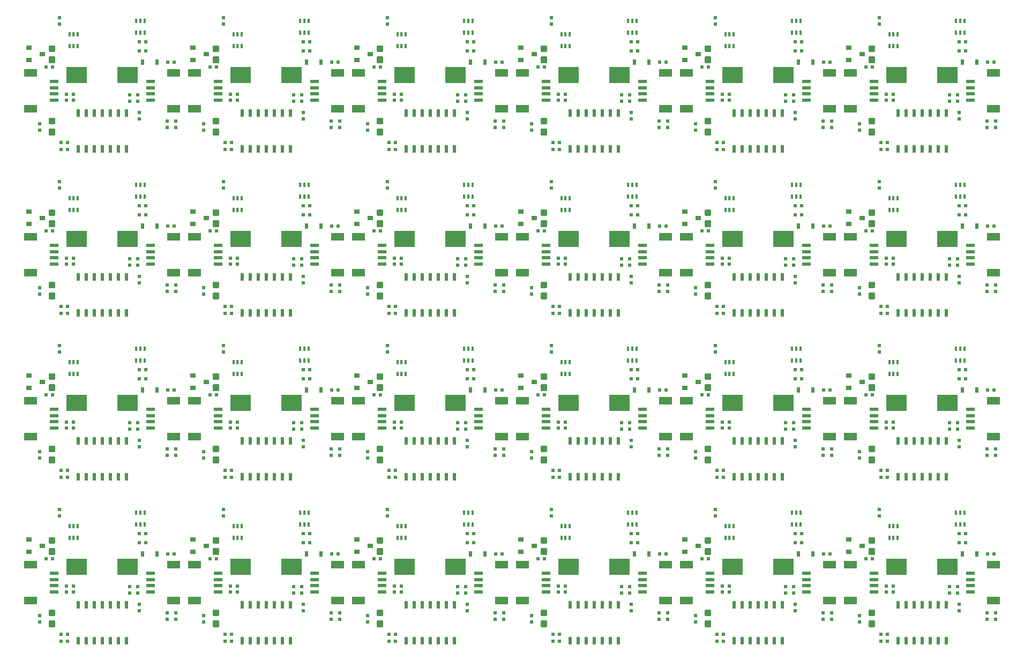
<source format=gtp>
G04 EAGLE Gerber RS-274X export*
G75*
%MOMM*%
%FSLAX34Y34*%
%LPD*%
%INSolderpaste Top*%
%IPPOS*%
%AMOC8*
5,1,8,0,0,1.08239X$1,22.5*%
G01*
%ADD10R,2.000000X1.200000*%
%ADD11R,1.350000X0.600000*%
%ADD12R,0.600000X0.600000*%
%ADD13R,0.600000X1.200000*%
%ADD14C,0.300000*%
%ADD15R,3.200000X2.500000*%
%ADD16R,0.300000X0.660000*%
%ADD17R,0.900000X0.800000*%
%ADD18R,0.630000X0.830000*%


D10*
X239950Y99000D03*
X239950Y155000D03*
D11*
X203200Y112000D03*
X203200Y122000D03*
X203200Y132000D03*
X203200Y142000D03*
D10*
X14050Y155000D03*
X14050Y99000D03*
D11*
X50800Y142000D03*
X50800Y132000D03*
X50800Y122000D03*
X50800Y112000D03*
D12*
X185420Y92630D03*
X185420Y82630D03*
X242824Y79295D03*
X242824Y69295D03*
X229768Y69295D03*
X229768Y79295D03*
X71878Y45314D03*
X61878Y45314D03*
D13*
X165100Y91500D03*
X152400Y91500D03*
X139700Y91500D03*
X127000Y91500D03*
X114300Y91500D03*
X101600Y91500D03*
X88900Y91500D03*
X88900Y35500D03*
X101600Y35500D03*
X114300Y35500D03*
X127000Y35500D03*
X139700Y35500D03*
X152400Y35500D03*
X165100Y35500D03*
D12*
X28575Y74850D03*
X28575Y64850D03*
D14*
X44125Y65215D02*
X51125Y65215D01*
X51125Y58215D01*
X44125Y58215D01*
X44125Y65215D01*
X44125Y61065D02*
X51125Y61065D01*
X51125Y63915D02*
X44125Y63915D01*
X44125Y82755D02*
X51125Y82755D01*
X51125Y75755D01*
X44125Y75755D01*
X44125Y82755D01*
X44125Y78605D02*
X51125Y78605D01*
X51125Y81455D02*
X44125Y81455D01*
D15*
X167000Y152400D03*
X87000Y152400D03*
D12*
X170815Y110650D03*
X170815Y120650D03*
D16*
X180901Y219095D03*
X187401Y237495D03*
X193901Y237495D03*
X180901Y237495D03*
X187401Y219095D03*
X193901Y219095D03*
D17*
X11590Y194920D03*
X11590Y175920D03*
X32590Y185420D03*
D12*
X48659Y164440D03*
X38659Y164440D03*
D16*
X75415Y197810D03*
X81915Y216210D03*
X88415Y216210D03*
X75415Y216210D03*
X81915Y197810D03*
X88415Y197810D03*
D12*
X182880Y110650D03*
X182880Y120650D03*
X81585Y111920D03*
X81585Y121920D03*
X70536Y111920D03*
X70536Y121920D03*
X240835Y172212D03*
X230835Y172212D03*
X185936Y189687D03*
X195936Y189687D03*
X185885Y204470D03*
X195885Y204470D03*
D14*
X51125Y190055D02*
X44125Y190055D01*
X44125Y197055D01*
X51125Y197055D01*
X51125Y190055D01*
X51125Y192905D02*
X44125Y192905D01*
X44125Y195755D02*
X51125Y195755D01*
X51125Y172515D02*
X44125Y172515D01*
X44125Y179515D01*
X51125Y179515D01*
X51125Y172515D01*
X51125Y175365D02*
X44125Y175365D01*
X44125Y178215D02*
X51125Y178215D01*
D12*
X59080Y242668D03*
X59080Y232668D03*
D18*
X190379Y171907D03*
X213379Y171907D03*
D12*
X61904Y34646D03*
X71904Y34646D03*
D10*
X499030Y99000D03*
X499030Y155000D03*
D11*
X462280Y112000D03*
X462280Y122000D03*
X462280Y132000D03*
X462280Y142000D03*
D10*
X273130Y155000D03*
X273130Y99000D03*
D11*
X309880Y142000D03*
X309880Y132000D03*
X309880Y122000D03*
X309880Y112000D03*
D12*
X444500Y92630D03*
X444500Y82630D03*
X501904Y79295D03*
X501904Y69295D03*
X488848Y69295D03*
X488848Y79295D03*
X330958Y45314D03*
X320958Y45314D03*
D13*
X424180Y91500D03*
X411480Y91500D03*
X398780Y91500D03*
X386080Y91500D03*
X373380Y91500D03*
X360680Y91500D03*
X347980Y91500D03*
X347980Y35500D03*
X360680Y35500D03*
X373380Y35500D03*
X386080Y35500D03*
X398780Y35500D03*
X411480Y35500D03*
X424180Y35500D03*
D12*
X287655Y74850D03*
X287655Y64850D03*
D14*
X303205Y65215D02*
X310205Y65215D01*
X310205Y58215D01*
X303205Y58215D01*
X303205Y65215D01*
X303205Y61065D02*
X310205Y61065D01*
X310205Y63915D02*
X303205Y63915D01*
X303205Y82755D02*
X310205Y82755D01*
X310205Y75755D01*
X303205Y75755D01*
X303205Y82755D01*
X303205Y78605D02*
X310205Y78605D01*
X310205Y81455D02*
X303205Y81455D01*
D15*
X426080Y152400D03*
X346080Y152400D03*
D12*
X429895Y110650D03*
X429895Y120650D03*
D16*
X439981Y219095D03*
X446481Y237495D03*
X452981Y237495D03*
X439981Y237495D03*
X446481Y219095D03*
X452981Y219095D03*
D17*
X270670Y194920D03*
X270670Y175920D03*
X291670Y185420D03*
D12*
X307739Y164440D03*
X297739Y164440D03*
D16*
X334495Y197810D03*
X340995Y216210D03*
X347495Y216210D03*
X334495Y216210D03*
X340995Y197810D03*
X347495Y197810D03*
D12*
X441960Y110650D03*
X441960Y120650D03*
X340665Y111920D03*
X340665Y121920D03*
X329616Y111920D03*
X329616Y121920D03*
X499915Y172212D03*
X489915Y172212D03*
X445016Y189687D03*
X455016Y189687D03*
X444965Y204470D03*
X454965Y204470D03*
D14*
X310205Y190055D02*
X303205Y190055D01*
X303205Y197055D01*
X310205Y197055D01*
X310205Y190055D01*
X310205Y192905D02*
X303205Y192905D01*
X303205Y195755D02*
X310205Y195755D01*
X310205Y172515D02*
X303205Y172515D01*
X303205Y179515D01*
X310205Y179515D01*
X310205Y172515D01*
X310205Y175365D02*
X303205Y175365D01*
X303205Y178215D02*
X310205Y178215D01*
D12*
X318160Y242668D03*
X318160Y232668D03*
D18*
X449459Y171907D03*
X472459Y171907D03*
D12*
X320984Y34646D03*
X330984Y34646D03*
D10*
X758110Y99000D03*
X758110Y155000D03*
D11*
X721360Y112000D03*
X721360Y122000D03*
X721360Y132000D03*
X721360Y142000D03*
D10*
X532210Y155000D03*
X532210Y99000D03*
D11*
X568960Y142000D03*
X568960Y132000D03*
X568960Y122000D03*
X568960Y112000D03*
D12*
X703580Y92630D03*
X703580Y82630D03*
X760984Y79295D03*
X760984Y69295D03*
X747928Y69295D03*
X747928Y79295D03*
X590038Y45314D03*
X580038Y45314D03*
D13*
X683260Y91500D03*
X670560Y91500D03*
X657860Y91500D03*
X645160Y91500D03*
X632460Y91500D03*
X619760Y91500D03*
X607060Y91500D03*
X607060Y35500D03*
X619760Y35500D03*
X632460Y35500D03*
X645160Y35500D03*
X657860Y35500D03*
X670560Y35500D03*
X683260Y35500D03*
D12*
X546735Y74850D03*
X546735Y64850D03*
D14*
X562285Y65215D02*
X569285Y65215D01*
X569285Y58215D01*
X562285Y58215D01*
X562285Y65215D01*
X562285Y61065D02*
X569285Y61065D01*
X569285Y63915D02*
X562285Y63915D01*
X562285Y82755D02*
X569285Y82755D01*
X569285Y75755D01*
X562285Y75755D01*
X562285Y82755D01*
X562285Y78605D02*
X569285Y78605D01*
X569285Y81455D02*
X562285Y81455D01*
D15*
X685160Y152400D03*
X605160Y152400D03*
D12*
X688975Y110650D03*
X688975Y120650D03*
D16*
X699061Y219095D03*
X705561Y237495D03*
X712061Y237495D03*
X699061Y237495D03*
X705561Y219095D03*
X712061Y219095D03*
D17*
X529750Y194920D03*
X529750Y175920D03*
X550750Y185420D03*
D12*
X566819Y164440D03*
X556819Y164440D03*
D16*
X593575Y197810D03*
X600075Y216210D03*
X606575Y216210D03*
X593575Y216210D03*
X600075Y197810D03*
X606575Y197810D03*
D12*
X701040Y110650D03*
X701040Y120650D03*
X599745Y111920D03*
X599745Y121920D03*
X588696Y111920D03*
X588696Y121920D03*
X758995Y172212D03*
X748995Y172212D03*
X704096Y189687D03*
X714096Y189687D03*
X704045Y204470D03*
X714045Y204470D03*
D14*
X569285Y190055D02*
X562285Y190055D01*
X562285Y197055D01*
X569285Y197055D01*
X569285Y190055D01*
X569285Y192905D02*
X562285Y192905D01*
X562285Y195755D02*
X569285Y195755D01*
X569285Y172515D02*
X562285Y172515D01*
X562285Y179515D01*
X569285Y179515D01*
X569285Y172515D01*
X569285Y175365D02*
X562285Y175365D01*
X562285Y178215D02*
X569285Y178215D01*
D12*
X577240Y242668D03*
X577240Y232668D03*
D18*
X708539Y171907D03*
X731539Y171907D03*
D12*
X580064Y34646D03*
X590064Y34646D03*
D10*
X1017190Y99000D03*
X1017190Y155000D03*
D11*
X980440Y112000D03*
X980440Y122000D03*
X980440Y132000D03*
X980440Y142000D03*
D10*
X791290Y155000D03*
X791290Y99000D03*
D11*
X828040Y142000D03*
X828040Y132000D03*
X828040Y122000D03*
X828040Y112000D03*
D12*
X962660Y92630D03*
X962660Y82630D03*
X1020064Y79295D03*
X1020064Y69295D03*
X1007008Y69295D03*
X1007008Y79295D03*
X849118Y45314D03*
X839118Y45314D03*
D13*
X942340Y91500D03*
X929640Y91500D03*
X916940Y91500D03*
X904240Y91500D03*
X891540Y91500D03*
X878840Y91500D03*
X866140Y91500D03*
X866140Y35500D03*
X878840Y35500D03*
X891540Y35500D03*
X904240Y35500D03*
X916940Y35500D03*
X929640Y35500D03*
X942340Y35500D03*
D12*
X805815Y74850D03*
X805815Y64850D03*
D14*
X821365Y65215D02*
X828365Y65215D01*
X828365Y58215D01*
X821365Y58215D01*
X821365Y65215D01*
X821365Y61065D02*
X828365Y61065D01*
X828365Y63915D02*
X821365Y63915D01*
X821365Y82755D02*
X828365Y82755D01*
X828365Y75755D01*
X821365Y75755D01*
X821365Y82755D01*
X821365Y78605D02*
X828365Y78605D01*
X828365Y81455D02*
X821365Y81455D01*
D15*
X944240Y152400D03*
X864240Y152400D03*
D12*
X948055Y110650D03*
X948055Y120650D03*
D16*
X958141Y219095D03*
X964641Y237495D03*
X971141Y237495D03*
X958141Y237495D03*
X964641Y219095D03*
X971141Y219095D03*
D17*
X788830Y194920D03*
X788830Y175920D03*
X809830Y185420D03*
D12*
X825899Y164440D03*
X815899Y164440D03*
D16*
X852655Y197810D03*
X859155Y216210D03*
X865655Y216210D03*
X852655Y216210D03*
X859155Y197810D03*
X865655Y197810D03*
D12*
X960120Y110650D03*
X960120Y120650D03*
X858825Y111920D03*
X858825Y121920D03*
X847776Y111920D03*
X847776Y121920D03*
X1018075Y172212D03*
X1008075Y172212D03*
X963176Y189687D03*
X973176Y189687D03*
X963125Y204470D03*
X973125Y204470D03*
D14*
X828365Y190055D02*
X821365Y190055D01*
X821365Y197055D01*
X828365Y197055D01*
X828365Y190055D01*
X828365Y192905D02*
X821365Y192905D01*
X821365Y195755D02*
X828365Y195755D01*
X828365Y172515D02*
X821365Y172515D01*
X821365Y179515D01*
X828365Y179515D01*
X828365Y172515D01*
X828365Y175365D02*
X821365Y175365D01*
X821365Y178215D02*
X828365Y178215D01*
D12*
X836320Y242668D03*
X836320Y232668D03*
D18*
X967619Y171907D03*
X990619Y171907D03*
D12*
X839144Y34646D03*
X849144Y34646D03*
D10*
X1276270Y99000D03*
X1276270Y155000D03*
D11*
X1239520Y112000D03*
X1239520Y122000D03*
X1239520Y132000D03*
X1239520Y142000D03*
D10*
X1050370Y155000D03*
X1050370Y99000D03*
D11*
X1087120Y142000D03*
X1087120Y132000D03*
X1087120Y122000D03*
X1087120Y112000D03*
D12*
X1221740Y92630D03*
X1221740Y82630D03*
X1279144Y79295D03*
X1279144Y69295D03*
X1266088Y69295D03*
X1266088Y79295D03*
X1108198Y45314D03*
X1098198Y45314D03*
D13*
X1201420Y91500D03*
X1188720Y91500D03*
X1176020Y91500D03*
X1163320Y91500D03*
X1150620Y91500D03*
X1137920Y91500D03*
X1125220Y91500D03*
X1125220Y35500D03*
X1137920Y35500D03*
X1150620Y35500D03*
X1163320Y35500D03*
X1176020Y35500D03*
X1188720Y35500D03*
X1201420Y35500D03*
D12*
X1064895Y74850D03*
X1064895Y64850D03*
D14*
X1080445Y65215D02*
X1087445Y65215D01*
X1087445Y58215D01*
X1080445Y58215D01*
X1080445Y65215D01*
X1080445Y61065D02*
X1087445Y61065D01*
X1087445Y63915D02*
X1080445Y63915D01*
X1080445Y82755D02*
X1087445Y82755D01*
X1087445Y75755D01*
X1080445Y75755D01*
X1080445Y82755D01*
X1080445Y78605D02*
X1087445Y78605D01*
X1087445Y81455D02*
X1080445Y81455D01*
D15*
X1203320Y152400D03*
X1123320Y152400D03*
D12*
X1207135Y110650D03*
X1207135Y120650D03*
D16*
X1217221Y219095D03*
X1223721Y237495D03*
X1230221Y237495D03*
X1217221Y237495D03*
X1223721Y219095D03*
X1230221Y219095D03*
D17*
X1047910Y194920D03*
X1047910Y175920D03*
X1068910Y185420D03*
D12*
X1084979Y164440D03*
X1074979Y164440D03*
D16*
X1111735Y197810D03*
X1118235Y216210D03*
X1124735Y216210D03*
X1111735Y216210D03*
X1118235Y197810D03*
X1124735Y197810D03*
D12*
X1219200Y110650D03*
X1219200Y120650D03*
X1117905Y111920D03*
X1117905Y121920D03*
X1106856Y111920D03*
X1106856Y121920D03*
X1277155Y172212D03*
X1267155Y172212D03*
X1222256Y189687D03*
X1232256Y189687D03*
X1222205Y204470D03*
X1232205Y204470D03*
D14*
X1087445Y190055D02*
X1080445Y190055D01*
X1080445Y197055D01*
X1087445Y197055D01*
X1087445Y190055D01*
X1087445Y192905D02*
X1080445Y192905D01*
X1080445Y195755D02*
X1087445Y195755D01*
X1087445Y172515D02*
X1080445Y172515D01*
X1080445Y179515D01*
X1087445Y179515D01*
X1087445Y172515D01*
X1087445Y175365D02*
X1080445Y175365D01*
X1080445Y178215D02*
X1087445Y178215D01*
D12*
X1095400Y242668D03*
X1095400Y232668D03*
D18*
X1226699Y171907D03*
X1249699Y171907D03*
D12*
X1098224Y34646D03*
X1108224Y34646D03*
D10*
X1535350Y99000D03*
X1535350Y155000D03*
D11*
X1498600Y112000D03*
X1498600Y122000D03*
X1498600Y132000D03*
X1498600Y142000D03*
D10*
X1309450Y155000D03*
X1309450Y99000D03*
D11*
X1346200Y142000D03*
X1346200Y132000D03*
X1346200Y122000D03*
X1346200Y112000D03*
D12*
X1480820Y92630D03*
X1480820Y82630D03*
X1538224Y79295D03*
X1538224Y69295D03*
X1525168Y69295D03*
X1525168Y79295D03*
X1367278Y45314D03*
X1357278Y45314D03*
D13*
X1460500Y91500D03*
X1447800Y91500D03*
X1435100Y91500D03*
X1422400Y91500D03*
X1409700Y91500D03*
X1397000Y91500D03*
X1384300Y91500D03*
X1384300Y35500D03*
X1397000Y35500D03*
X1409700Y35500D03*
X1422400Y35500D03*
X1435100Y35500D03*
X1447800Y35500D03*
X1460500Y35500D03*
D12*
X1323975Y74850D03*
X1323975Y64850D03*
D14*
X1339525Y65215D02*
X1346525Y65215D01*
X1346525Y58215D01*
X1339525Y58215D01*
X1339525Y65215D01*
X1339525Y61065D02*
X1346525Y61065D01*
X1346525Y63915D02*
X1339525Y63915D01*
X1339525Y82755D02*
X1346525Y82755D01*
X1346525Y75755D01*
X1339525Y75755D01*
X1339525Y82755D01*
X1339525Y78605D02*
X1346525Y78605D01*
X1346525Y81455D02*
X1339525Y81455D01*
D15*
X1462400Y152400D03*
X1382400Y152400D03*
D12*
X1466215Y110650D03*
X1466215Y120650D03*
D16*
X1476301Y219095D03*
X1482801Y237495D03*
X1489301Y237495D03*
X1476301Y237495D03*
X1482801Y219095D03*
X1489301Y219095D03*
D17*
X1306990Y194920D03*
X1306990Y175920D03*
X1327990Y185420D03*
D12*
X1344059Y164440D03*
X1334059Y164440D03*
D16*
X1370815Y197810D03*
X1377315Y216210D03*
X1383815Y216210D03*
X1370815Y216210D03*
X1377315Y197810D03*
X1383815Y197810D03*
D12*
X1478280Y110650D03*
X1478280Y120650D03*
X1376985Y111920D03*
X1376985Y121920D03*
X1365936Y111920D03*
X1365936Y121920D03*
X1536235Y172212D03*
X1526235Y172212D03*
X1481336Y189687D03*
X1491336Y189687D03*
X1481285Y204470D03*
X1491285Y204470D03*
D14*
X1346525Y190055D02*
X1339525Y190055D01*
X1339525Y197055D01*
X1346525Y197055D01*
X1346525Y190055D01*
X1346525Y192905D02*
X1339525Y192905D01*
X1339525Y195755D02*
X1346525Y195755D01*
X1346525Y172515D02*
X1339525Y172515D01*
X1339525Y179515D01*
X1346525Y179515D01*
X1346525Y172515D01*
X1346525Y175365D02*
X1339525Y175365D01*
X1339525Y178215D02*
X1346525Y178215D01*
D12*
X1354480Y242668D03*
X1354480Y232668D03*
D18*
X1485779Y171907D03*
X1508779Y171907D03*
D12*
X1357304Y34646D03*
X1367304Y34646D03*
D10*
X239950Y358080D03*
X239950Y414080D03*
D11*
X203200Y371080D03*
X203200Y381080D03*
X203200Y391080D03*
X203200Y401080D03*
D10*
X14050Y414080D03*
X14050Y358080D03*
D11*
X50800Y401080D03*
X50800Y391080D03*
X50800Y381080D03*
X50800Y371080D03*
D12*
X185420Y351710D03*
X185420Y341710D03*
X242824Y338375D03*
X242824Y328375D03*
X229768Y328375D03*
X229768Y338375D03*
X71878Y304394D03*
X61878Y304394D03*
D13*
X165100Y350580D03*
X152400Y350580D03*
X139700Y350580D03*
X127000Y350580D03*
X114300Y350580D03*
X101600Y350580D03*
X88900Y350580D03*
X88900Y294580D03*
X101600Y294580D03*
X114300Y294580D03*
X127000Y294580D03*
X139700Y294580D03*
X152400Y294580D03*
X165100Y294580D03*
D12*
X28575Y333930D03*
X28575Y323930D03*
D14*
X44125Y324295D02*
X51125Y324295D01*
X51125Y317295D01*
X44125Y317295D01*
X44125Y324295D01*
X44125Y320145D02*
X51125Y320145D01*
X51125Y322995D02*
X44125Y322995D01*
X44125Y341835D02*
X51125Y341835D01*
X51125Y334835D01*
X44125Y334835D01*
X44125Y341835D01*
X44125Y337685D02*
X51125Y337685D01*
X51125Y340535D02*
X44125Y340535D01*
D15*
X167000Y411480D03*
X87000Y411480D03*
D12*
X170815Y369730D03*
X170815Y379730D03*
D16*
X180901Y478175D03*
X187401Y496575D03*
X193901Y496575D03*
X180901Y496575D03*
X187401Y478175D03*
X193901Y478175D03*
D17*
X11590Y454000D03*
X11590Y435000D03*
X32590Y444500D03*
D12*
X48659Y423520D03*
X38659Y423520D03*
D16*
X75415Y456890D03*
X81915Y475290D03*
X88415Y475290D03*
X75415Y475290D03*
X81915Y456890D03*
X88415Y456890D03*
D12*
X182880Y369730D03*
X182880Y379730D03*
X81585Y371000D03*
X81585Y381000D03*
X70536Y371000D03*
X70536Y381000D03*
X240835Y431292D03*
X230835Y431292D03*
X185936Y448767D03*
X195936Y448767D03*
X185885Y463550D03*
X195885Y463550D03*
D14*
X51125Y449135D02*
X44125Y449135D01*
X44125Y456135D01*
X51125Y456135D01*
X51125Y449135D01*
X51125Y451985D02*
X44125Y451985D01*
X44125Y454835D02*
X51125Y454835D01*
X51125Y431595D02*
X44125Y431595D01*
X44125Y438595D01*
X51125Y438595D01*
X51125Y431595D01*
X51125Y434445D02*
X44125Y434445D01*
X44125Y437295D02*
X51125Y437295D01*
D12*
X59080Y501748D03*
X59080Y491748D03*
D18*
X190379Y430987D03*
X213379Y430987D03*
D12*
X61904Y293726D03*
X71904Y293726D03*
D10*
X499030Y358080D03*
X499030Y414080D03*
D11*
X462280Y371080D03*
X462280Y381080D03*
X462280Y391080D03*
X462280Y401080D03*
D10*
X273130Y414080D03*
X273130Y358080D03*
D11*
X309880Y401080D03*
X309880Y391080D03*
X309880Y381080D03*
X309880Y371080D03*
D12*
X444500Y351710D03*
X444500Y341710D03*
X501904Y338375D03*
X501904Y328375D03*
X488848Y328375D03*
X488848Y338375D03*
X330958Y304394D03*
X320958Y304394D03*
D13*
X424180Y350580D03*
X411480Y350580D03*
X398780Y350580D03*
X386080Y350580D03*
X373380Y350580D03*
X360680Y350580D03*
X347980Y350580D03*
X347980Y294580D03*
X360680Y294580D03*
X373380Y294580D03*
X386080Y294580D03*
X398780Y294580D03*
X411480Y294580D03*
X424180Y294580D03*
D12*
X287655Y333930D03*
X287655Y323930D03*
D14*
X303205Y324295D02*
X310205Y324295D01*
X310205Y317295D01*
X303205Y317295D01*
X303205Y324295D01*
X303205Y320145D02*
X310205Y320145D01*
X310205Y322995D02*
X303205Y322995D01*
X303205Y341835D02*
X310205Y341835D01*
X310205Y334835D01*
X303205Y334835D01*
X303205Y341835D01*
X303205Y337685D02*
X310205Y337685D01*
X310205Y340535D02*
X303205Y340535D01*
D15*
X426080Y411480D03*
X346080Y411480D03*
D12*
X429895Y369730D03*
X429895Y379730D03*
D16*
X439981Y478175D03*
X446481Y496575D03*
X452981Y496575D03*
X439981Y496575D03*
X446481Y478175D03*
X452981Y478175D03*
D17*
X270670Y454000D03*
X270670Y435000D03*
X291670Y444500D03*
D12*
X307739Y423520D03*
X297739Y423520D03*
D16*
X334495Y456890D03*
X340995Y475290D03*
X347495Y475290D03*
X334495Y475290D03*
X340995Y456890D03*
X347495Y456890D03*
D12*
X441960Y369730D03*
X441960Y379730D03*
X340665Y371000D03*
X340665Y381000D03*
X329616Y371000D03*
X329616Y381000D03*
X499915Y431292D03*
X489915Y431292D03*
X445016Y448767D03*
X455016Y448767D03*
X444965Y463550D03*
X454965Y463550D03*
D14*
X310205Y449135D02*
X303205Y449135D01*
X303205Y456135D01*
X310205Y456135D01*
X310205Y449135D01*
X310205Y451985D02*
X303205Y451985D01*
X303205Y454835D02*
X310205Y454835D01*
X310205Y431595D02*
X303205Y431595D01*
X303205Y438595D01*
X310205Y438595D01*
X310205Y431595D01*
X310205Y434445D02*
X303205Y434445D01*
X303205Y437295D02*
X310205Y437295D01*
D12*
X318160Y501748D03*
X318160Y491748D03*
D18*
X449459Y430987D03*
X472459Y430987D03*
D12*
X320984Y293726D03*
X330984Y293726D03*
D10*
X758110Y358080D03*
X758110Y414080D03*
D11*
X721360Y371080D03*
X721360Y381080D03*
X721360Y391080D03*
X721360Y401080D03*
D10*
X532210Y414080D03*
X532210Y358080D03*
D11*
X568960Y401080D03*
X568960Y391080D03*
X568960Y381080D03*
X568960Y371080D03*
D12*
X703580Y351710D03*
X703580Y341710D03*
X760984Y338375D03*
X760984Y328375D03*
X747928Y328375D03*
X747928Y338375D03*
X590038Y304394D03*
X580038Y304394D03*
D13*
X683260Y350580D03*
X670560Y350580D03*
X657860Y350580D03*
X645160Y350580D03*
X632460Y350580D03*
X619760Y350580D03*
X607060Y350580D03*
X607060Y294580D03*
X619760Y294580D03*
X632460Y294580D03*
X645160Y294580D03*
X657860Y294580D03*
X670560Y294580D03*
X683260Y294580D03*
D12*
X546735Y333930D03*
X546735Y323930D03*
D14*
X562285Y324295D02*
X569285Y324295D01*
X569285Y317295D01*
X562285Y317295D01*
X562285Y324295D01*
X562285Y320145D02*
X569285Y320145D01*
X569285Y322995D02*
X562285Y322995D01*
X562285Y341835D02*
X569285Y341835D01*
X569285Y334835D01*
X562285Y334835D01*
X562285Y341835D01*
X562285Y337685D02*
X569285Y337685D01*
X569285Y340535D02*
X562285Y340535D01*
D15*
X685160Y411480D03*
X605160Y411480D03*
D12*
X688975Y369730D03*
X688975Y379730D03*
D16*
X699061Y478175D03*
X705561Y496575D03*
X712061Y496575D03*
X699061Y496575D03*
X705561Y478175D03*
X712061Y478175D03*
D17*
X529750Y454000D03*
X529750Y435000D03*
X550750Y444500D03*
D12*
X566819Y423520D03*
X556819Y423520D03*
D16*
X593575Y456890D03*
X600075Y475290D03*
X606575Y475290D03*
X593575Y475290D03*
X600075Y456890D03*
X606575Y456890D03*
D12*
X701040Y369730D03*
X701040Y379730D03*
X599745Y371000D03*
X599745Y381000D03*
X588696Y371000D03*
X588696Y381000D03*
X758995Y431292D03*
X748995Y431292D03*
X704096Y448767D03*
X714096Y448767D03*
X704045Y463550D03*
X714045Y463550D03*
D14*
X569285Y449135D02*
X562285Y449135D01*
X562285Y456135D01*
X569285Y456135D01*
X569285Y449135D01*
X569285Y451985D02*
X562285Y451985D01*
X562285Y454835D02*
X569285Y454835D01*
X569285Y431595D02*
X562285Y431595D01*
X562285Y438595D01*
X569285Y438595D01*
X569285Y431595D01*
X569285Y434445D02*
X562285Y434445D01*
X562285Y437295D02*
X569285Y437295D01*
D12*
X577240Y501748D03*
X577240Y491748D03*
D18*
X708539Y430987D03*
X731539Y430987D03*
D12*
X580064Y293726D03*
X590064Y293726D03*
D10*
X1017190Y358080D03*
X1017190Y414080D03*
D11*
X980440Y371080D03*
X980440Y381080D03*
X980440Y391080D03*
X980440Y401080D03*
D10*
X791290Y414080D03*
X791290Y358080D03*
D11*
X828040Y401080D03*
X828040Y391080D03*
X828040Y381080D03*
X828040Y371080D03*
D12*
X962660Y351710D03*
X962660Y341710D03*
X1020064Y338375D03*
X1020064Y328375D03*
X1007008Y328375D03*
X1007008Y338375D03*
X849118Y304394D03*
X839118Y304394D03*
D13*
X942340Y350580D03*
X929640Y350580D03*
X916940Y350580D03*
X904240Y350580D03*
X891540Y350580D03*
X878840Y350580D03*
X866140Y350580D03*
X866140Y294580D03*
X878840Y294580D03*
X891540Y294580D03*
X904240Y294580D03*
X916940Y294580D03*
X929640Y294580D03*
X942340Y294580D03*
D12*
X805815Y333930D03*
X805815Y323930D03*
D14*
X821365Y324295D02*
X828365Y324295D01*
X828365Y317295D01*
X821365Y317295D01*
X821365Y324295D01*
X821365Y320145D02*
X828365Y320145D01*
X828365Y322995D02*
X821365Y322995D01*
X821365Y341835D02*
X828365Y341835D01*
X828365Y334835D01*
X821365Y334835D01*
X821365Y341835D01*
X821365Y337685D02*
X828365Y337685D01*
X828365Y340535D02*
X821365Y340535D01*
D15*
X944240Y411480D03*
X864240Y411480D03*
D12*
X948055Y369730D03*
X948055Y379730D03*
D16*
X958141Y478175D03*
X964641Y496575D03*
X971141Y496575D03*
X958141Y496575D03*
X964641Y478175D03*
X971141Y478175D03*
D17*
X788830Y454000D03*
X788830Y435000D03*
X809830Y444500D03*
D12*
X825899Y423520D03*
X815899Y423520D03*
D16*
X852655Y456890D03*
X859155Y475290D03*
X865655Y475290D03*
X852655Y475290D03*
X859155Y456890D03*
X865655Y456890D03*
D12*
X960120Y369730D03*
X960120Y379730D03*
X858825Y371000D03*
X858825Y381000D03*
X847776Y371000D03*
X847776Y381000D03*
X1018075Y431292D03*
X1008075Y431292D03*
X963176Y448767D03*
X973176Y448767D03*
X963125Y463550D03*
X973125Y463550D03*
D14*
X828365Y449135D02*
X821365Y449135D01*
X821365Y456135D01*
X828365Y456135D01*
X828365Y449135D01*
X828365Y451985D02*
X821365Y451985D01*
X821365Y454835D02*
X828365Y454835D01*
X828365Y431595D02*
X821365Y431595D01*
X821365Y438595D01*
X828365Y438595D01*
X828365Y431595D01*
X828365Y434445D02*
X821365Y434445D01*
X821365Y437295D02*
X828365Y437295D01*
D12*
X836320Y501748D03*
X836320Y491748D03*
D18*
X967619Y430987D03*
X990619Y430987D03*
D12*
X839144Y293726D03*
X849144Y293726D03*
D10*
X1276270Y358080D03*
X1276270Y414080D03*
D11*
X1239520Y371080D03*
X1239520Y381080D03*
X1239520Y391080D03*
X1239520Y401080D03*
D10*
X1050370Y414080D03*
X1050370Y358080D03*
D11*
X1087120Y401080D03*
X1087120Y391080D03*
X1087120Y381080D03*
X1087120Y371080D03*
D12*
X1221740Y351710D03*
X1221740Y341710D03*
X1279144Y338375D03*
X1279144Y328375D03*
X1266088Y328375D03*
X1266088Y338375D03*
X1108198Y304394D03*
X1098198Y304394D03*
D13*
X1201420Y350580D03*
X1188720Y350580D03*
X1176020Y350580D03*
X1163320Y350580D03*
X1150620Y350580D03*
X1137920Y350580D03*
X1125220Y350580D03*
X1125220Y294580D03*
X1137920Y294580D03*
X1150620Y294580D03*
X1163320Y294580D03*
X1176020Y294580D03*
X1188720Y294580D03*
X1201420Y294580D03*
D12*
X1064895Y333930D03*
X1064895Y323930D03*
D14*
X1080445Y324295D02*
X1087445Y324295D01*
X1087445Y317295D01*
X1080445Y317295D01*
X1080445Y324295D01*
X1080445Y320145D02*
X1087445Y320145D01*
X1087445Y322995D02*
X1080445Y322995D01*
X1080445Y341835D02*
X1087445Y341835D01*
X1087445Y334835D01*
X1080445Y334835D01*
X1080445Y341835D01*
X1080445Y337685D02*
X1087445Y337685D01*
X1087445Y340535D02*
X1080445Y340535D01*
D15*
X1203320Y411480D03*
X1123320Y411480D03*
D12*
X1207135Y369730D03*
X1207135Y379730D03*
D16*
X1217221Y478175D03*
X1223721Y496575D03*
X1230221Y496575D03*
X1217221Y496575D03*
X1223721Y478175D03*
X1230221Y478175D03*
D17*
X1047910Y454000D03*
X1047910Y435000D03*
X1068910Y444500D03*
D12*
X1084979Y423520D03*
X1074979Y423520D03*
D16*
X1111735Y456890D03*
X1118235Y475290D03*
X1124735Y475290D03*
X1111735Y475290D03*
X1118235Y456890D03*
X1124735Y456890D03*
D12*
X1219200Y369730D03*
X1219200Y379730D03*
X1117905Y371000D03*
X1117905Y381000D03*
X1106856Y371000D03*
X1106856Y381000D03*
X1277155Y431292D03*
X1267155Y431292D03*
X1222256Y448767D03*
X1232256Y448767D03*
X1222205Y463550D03*
X1232205Y463550D03*
D14*
X1087445Y449135D02*
X1080445Y449135D01*
X1080445Y456135D01*
X1087445Y456135D01*
X1087445Y449135D01*
X1087445Y451985D02*
X1080445Y451985D01*
X1080445Y454835D02*
X1087445Y454835D01*
X1087445Y431595D02*
X1080445Y431595D01*
X1080445Y438595D01*
X1087445Y438595D01*
X1087445Y431595D01*
X1087445Y434445D02*
X1080445Y434445D01*
X1080445Y437295D02*
X1087445Y437295D01*
D12*
X1095400Y501748D03*
X1095400Y491748D03*
D18*
X1226699Y430987D03*
X1249699Y430987D03*
D12*
X1098224Y293726D03*
X1108224Y293726D03*
D10*
X1535350Y358080D03*
X1535350Y414080D03*
D11*
X1498600Y371080D03*
X1498600Y381080D03*
X1498600Y391080D03*
X1498600Y401080D03*
D10*
X1309450Y414080D03*
X1309450Y358080D03*
D11*
X1346200Y401080D03*
X1346200Y391080D03*
X1346200Y381080D03*
X1346200Y371080D03*
D12*
X1480820Y351710D03*
X1480820Y341710D03*
X1538224Y338375D03*
X1538224Y328375D03*
X1525168Y328375D03*
X1525168Y338375D03*
X1367278Y304394D03*
X1357278Y304394D03*
D13*
X1460500Y350580D03*
X1447800Y350580D03*
X1435100Y350580D03*
X1422400Y350580D03*
X1409700Y350580D03*
X1397000Y350580D03*
X1384300Y350580D03*
X1384300Y294580D03*
X1397000Y294580D03*
X1409700Y294580D03*
X1422400Y294580D03*
X1435100Y294580D03*
X1447800Y294580D03*
X1460500Y294580D03*
D12*
X1323975Y333930D03*
X1323975Y323930D03*
D14*
X1339525Y324295D02*
X1346525Y324295D01*
X1346525Y317295D01*
X1339525Y317295D01*
X1339525Y324295D01*
X1339525Y320145D02*
X1346525Y320145D01*
X1346525Y322995D02*
X1339525Y322995D01*
X1339525Y341835D02*
X1346525Y341835D01*
X1346525Y334835D01*
X1339525Y334835D01*
X1339525Y341835D01*
X1339525Y337685D02*
X1346525Y337685D01*
X1346525Y340535D02*
X1339525Y340535D01*
D15*
X1462400Y411480D03*
X1382400Y411480D03*
D12*
X1466215Y369730D03*
X1466215Y379730D03*
D16*
X1476301Y478175D03*
X1482801Y496575D03*
X1489301Y496575D03*
X1476301Y496575D03*
X1482801Y478175D03*
X1489301Y478175D03*
D17*
X1306990Y454000D03*
X1306990Y435000D03*
X1327990Y444500D03*
D12*
X1344059Y423520D03*
X1334059Y423520D03*
D16*
X1370815Y456890D03*
X1377315Y475290D03*
X1383815Y475290D03*
X1370815Y475290D03*
X1377315Y456890D03*
X1383815Y456890D03*
D12*
X1478280Y369730D03*
X1478280Y379730D03*
X1376985Y371000D03*
X1376985Y381000D03*
X1365936Y371000D03*
X1365936Y381000D03*
X1536235Y431292D03*
X1526235Y431292D03*
X1481336Y448767D03*
X1491336Y448767D03*
X1481285Y463550D03*
X1491285Y463550D03*
D14*
X1346525Y449135D02*
X1339525Y449135D01*
X1339525Y456135D01*
X1346525Y456135D01*
X1346525Y449135D01*
X1346525Y451985D02*
X1339525Y451985D01*
X1339525Y454835D02*
X1346525Y454835D01*
X1346525Y431595D02*
X1339525Y431595D01*
X1339525Y438595D01*
X1346525Y438595D01*
X1346525Y431595D01*
X1346525Y434445D02*
X1339525Y434445D01*
X1339525Y437295D02*
X1346525Y437295D01*
D12*
X1354480Y501748D03*
X1354480Y491748D03*
D18*
X1485779Y430987D03*
X1508779Y430987D03*
D12*
X1357304Y293726D03*
X1367304Y293726D03*
D10*
X239950Y617160D03*
X239950Y673160D03*
D11*
X203200Y630160D03*
X203200Y640160D03*
X203200Y650160D03*
X203200Y660160D03*
D10*
X14050Y673160D03*
X14050Y617160D03*
D11*
X50800Y660160D03*
X50800Y650160D03*
X50800Y640160D03*
X50800Y630160D03*
D12*
X185420Y610790D03*
X185420Y600790D03*
X242824Y597455D03*
X242824Y587455D03*
X229768Y587455D03*
X229768Y597455D03*
X71878Y563474D03*
X61878Y563474D03*
D13*
X165100Y609660D03*
X152400Y609660D03*
X139700Y609660D03*
X127000Y609660D03*
X114300Y609660D03*
X101600Y609660D03*
X88900Y609660D03*
X88900Y553660D03*
X101600Y553660D03*
X114300Y553660D03*
X127000Y553660D03*
X139700Y553660D03*
X152400Y553660D03*
X165100Y553660D03*
D12*
X28575Y593010D03*
X28575Y583010D03*
D14*
X44125Y583375D02*
X51125Y583375D01*
X51125Y576375D01*
X44125Y576375D01*
X44125Y583375D01*
X44125Y579225D02*
X51125Y579225D01*
X51125Y582075D02*
X44125Y582075D01*
X44125Y600915D02*
X51125Y600915D01*
X51125Y593915D01*
X44125Y593915D01*
X44125Y600915D01*
X44125Y596765D02*
X51125Y596765D01*
X51125Y599615D02*
X44125Y599615D01*
D15*
X167000Y670560D03*
X87000Y670560D03*
D12*
X170815Y628810D03*
X170815Y638810D03*
D16*
X180901Y737255D03*
X187401Y755655D03*
X193901Y755655D03*
X180901Y755655D03*
X187401Y737255D03*
X193901Y737255D03*
D17*
X11590Y713080D03*
X11590Y694080D03*
X32590Y703580D03*
D12*
X48659Y682600D03*
X38659Y682600D03*
D16*
X75415Y715970D03*
X81915Y734370D03*
X88415Y734370D03*
X75415Y734370D03*
X81915Y715970D03*
X88415Y715970D03*
D12*
X182880Y628810D03*
X182880Y638810D03*
X81585Y630080D03*
X81585Y640080D03*
X70536Y630080D03*
X70536Y640080D03*
X240835Y690372D03*
X230835Y690372D03*
X185936Y707847D03*
X195936Y707847D03*
X185885Y722630D03*
X195885Y722630D03*
D14*
X51125Y708215D02*
X44125Y708215D01*
X44125Y715215D01*
X51125Y715215D01*
X51125Y708215D01*
X51125Y711065D02*
X44125Y711065D01*
X44125Y713915D02*
X51125Y713915D01*
X51125Y690675D02*
X44125Y690675D01*
X44125Y697675D01*
X51125Y697675D01*
X51125Y690675D01*
X51125Y693525D02*
X44125Y693525D01*
X44125Y696375D02*
X51125Y696375D01*
D12*
X59080Y760828D03*
X59080Y750828D03*
D18*
X190379Y690067D03*
X213379Y690067D03*
D12*
X61904Y552806D03*
X71904Y552806D03*
D10*
X499030Y617160D03*
X499030Y673160D03*
D11*
X462280Y630160D03*
X462280Y640160D03*
X462280Y650160D03*
X462280Y660160D03*
D10*
X273130Y673160D03*
X273130Y617160D03*
D11*
X309880Y660160D03*
X309880Y650160D03*
X309880Y640160D03*
X309880Y630160D03*
D12*
X444500Y610790D03*
X444500Y600790D03*
X501904Y597455D03*
X501904Y587455D03*
X488848Y587455D03*
X488848Y597455D03*
X330958Y563474D03*
X320958Y563474D03*
D13*
X424180Y609660D03*
X411480Y609660D03*
X398780Y609660D03*
X386080Y609660D03*
X373380Y609660D03*
X360680Y609660D03*
X347980Y609660D03*
X347980Y553660D03*
X360680Y553660D03*
X373380Y553660D03*
X386080Y553660D03*
X398780Y553660D03*
X411480Y553660D03*
X424180Y553660D03*
D12*
X287655Y593010D03*
X287655Y583010D03*
D14*
X303205Y583375D02*
X310205Y583375D01*
X310205Y576375D01*
X303205Y576375D01*
X303205Y583375D01*
X303205Y579225D02*
X310205Y579225D01*
X310205Y582075D02*
X303205Y582075D01*
X303205Y600915D02*
X310205Y600915D01*
X310205Y593915D01*
X303205Y593915D01*
X303205Y600915D01*
X303205Y596765D02*
X310205Y596765D01*
X310205Y599615D02*
X303205Y599615D01*
D15*
X426080Y670560D03*
X346080Y670560D03*
D12*
X429895Y628810D03*
X429895Y638810D03*
D16*
X439981Y737255D03*
X446481Y755655D03*
X452981Y755655D03*
X439981Y755655D03*
X446481Y737255D03*
X452981Y737255D03*
D17*
X270670Y713080D03*
X270670Y694080D03*
X291670Y703580D03*
D12*
X307739Y682600D03*
X297739Y682600D03*
D16*
X334495Y715970D03*
X340995Y734370D03*
X347495Y734370D03*
X334495Y734370D03*
X340995Y715970D03*
X347495Y715970D03*
D12*
X441960Y628810D03*
X441960Y638810D03*
X340665Y630080D03*
X340665Y640080D03*
X329616Y630080D03*
X329616Y640080D03*
X499915Y690372D03*
X489915Y690372D03*
X445016Y707847D03*
X455016Y707847D03*
X444965Y722630D03*
X454965Y722630D03*
D14*
X310205Y708215D02*
X303205Y708215D01*
X303205Y715215D01*
X310205Y715215D01*
X310205Y708215D01*
X310205Y711065D02*
X303205Y711065D01*
X303205Y713915D02*
X310205Y713915D01*
X310205Y690675D02*
X303205Y690675D01*
X303205Y697675D01*
X310205Y697675D01*
X310205Y690675D01*
X310205Y693525D02*
X303205Y693525D01*
X303205Y696375D02*
X310205Y696375D01*
D12*
X318160Y760828D03*
X318160Y750828D03*
D18*
X449459Y690067D03*
X472459Y690067D03*
D12*
X320984Y552806D03*
X330984Y552806D03*
D10*
X758110Y617160D03*
X758110Y673160D03*
D11*
X721360Y630160D03*
X721360Y640160D03*
X721360Y650160D03*
X721360Y660160D03*
D10*
X532210Y673160D03*
X532210Y617160D03*
D11*
X568960Y660160D03*
X568960Y650160D03*
X568960Y640160D03*
X568960Y630160D03*
D12*
X703580Y610790D03*
X703580Y600790D03*
X760984Y597455D03*
X760984Y587455D03*
X747928Y587455D03*
X747928Y597455D03*
X590038Y563474D03*
X580038Y563474D03*
D13*
X683260Y609660D03*
X670560Y609660D03*
X657860Y609660D03*
X645160Y609660D03*
X632460Y609660D03*
X619760Y609660D03*
X607060Y609660D03*
X607060Y553660D03*
X619760Y553660D03*
X632460Y553660D03*
X645160Y553660D03*
X657860Y553660D03*
X670560Y553660D03*
X683260Y553660D03*
D12*
X546735Y593010D03*
X546735Y583010D03*
D14*
X562285Y583375D02*
X569285Y583375D01*
X569285Y576375D01*
X562285Y576375D01*
X562285Y583375D01*
X562285Y579225D02*
X569285Y579225D01*
X569285Y582075D02*
X562285Y582075D01*
X562285Y600915D02*
X569285Y600915D01*
X569285Y593915D01*
X562285Y593915D01*
X562285Y600915D01*
X562285Y596765D02*
X569285Y596765D01*
X569285Y599615D02*
X562285Y599615D01*
D15*
X685160Y670560D03*
X605160Y670560D03*
D12*
X688975Y628810D03*
X688975Y638810D03*
D16*
X699061Y737255D03*
X705561Y755655D03*
X712061Y755655D03*
X699061Y755655D03*
X705561Y737255D03*
X712061Y737255D03*
D17*
X529750Y713080D03*
X529750Y694080D03*
X550750Y703580D03*
D12*
X566819Y682600D03*
X556819Y682600D03*
D16*
X593575Y715970D03*
X600075Y734370D03*
X606575Y734370D03*
X593575Y734370D03*
X600075Y715970D03*
X606575Y715970D03*
D12*
X701040Y628810D03*
X701040Y638810D03*
X599745Y630080D03*
X599745Y640080D03*
X588696Y630080D03*
X588696Y640080D03*
X758995Y690372D03*
X748995Y690372D03*
X704096Y707847D03*
X714096Y707847D03*
X704045Y722630D03*
X714045Y722630D03*
D14*
X569285Y708215D02*
X562285Y708215D01*
X562285Y715215D01*
X569285Y715215D01*
X569285Y708215D01*
X569285Y711065D02*
X562285Y711065D01*
X562285Y713915D02*
X569285Y713915D01*
X569285Y690675D02*
X562285Y690675D01*
X562285Y697675D01*
X569285Y697675D01*
X569285Y690675D01*
X569285Y693525D02*
X562285Y693525D01*
X562285Y696375D02*
X569285Y696375D01*
D12*
X577240Y760828D03*
X577240Y750828D03*
D18*
X708539Y690067D03*
X731539Y690067D03*
D12*
X580064Y552806D03*
X590064Y552806D03*
D10*
X1017190Y617160D03*
X1017190Y673160D03*
D11*
X980440Y630160D03*
X980440Y640160D03*
X980440Y650160D03*
X980440Y660160D03*
D10*
X791290Y673160D03*
X791290Y617160D03*
D11*
X828040Y660160D03*
X828040Y650160D03*
X828040Y640160D03*
X828040Y630160D03*
D12*
X962660Y610790D03*
X962660Y600790D03*
X1020064Y597455D03*
X1020064Y587455D03*
X1007008Y587455D03*
X1007008Y597455D03*
X849118Y563474D03*
X839118Y563474D03*
D13*
X942340Y609660D03*
X929640Y609660D03*
X916940Y609660D03*
X904240Y609660D03*
X891540Y609660D03*
X878840Y609660D03*
X866140Y609660D03*
X866140Y553660D03*
X878840Y553660D03*
X891540Y553660D03*
X904240Y553660D03*
X916940Y553660D03*
X929640Y553660D03*
X942340Y553660D03*
D12*
X805815Y593010D03*
X805815Y583010D03*
D14*
X821365Y583375D02*
X828365Y583375D01*
X828365Y576375D01*
X821365Y576375D01*
X821365Y583375D01*
X821365Y579225D02*
X828365Y579225D01*
X828365Y582075D02*
X821365Y582075D01*
X821365Y600915D02*
X828365Y600915D01*
X828365Y593915D01*
X821365Y593915D01*
X821365Y600915D01*
X821365Y596765D02*
X828365Y596765D01*
X828365Y599615D02*
X821365Y599615D01*
D15*
X944240Y670560D03*
X864240Y670560D03*
D12*
X948055Y628810D03*
X948055Y638810D03*
D16*
X958141Y737255D03*
X964641Y755655D03*
X971141Y755655D03*
X958141Y755655D03*
X964641Y737255D03*
X971141Y737255D03*
D17*
X788830Y713080D03*
X788830Y694080D03*
X809830Y703580D03*
D12*
X825899Y682600D03*
X815899Y682600D03*
D16*
X852655Y715970D03*
X859155Y734370D03*
X865655Y734370D03*
X852655Y734370D03*
X859155Y715970D03*
X865655Y715970D03*
D12*
X960120Y628810D03*
X960120Y638810D03*
X858825Y630080D03*
X858825Y640080D03*
X847776Y630080D03*
X847776Y640080D03*
X1018075Y690372D03*
X1008075Y690372D03*
X963176Y707847D03*
X973176Y707847D03*
X963125Y722630D03*
X973125Y722630D03*
D14*
X828365Y708215D02*
X821365Y708215D01*
X821365Y715215D01*
X828365Y715215D01*
X828365Y708215D01*
X828365Y711065D02*
X821365Y711065D01*
X821365Y713915D02*
X828365Y713915D01*
X828365Y690675D02*
X821365Y690675D01*
X821365Y697675D01*
X828365Y697675D01*
X828365Y690675D01*
X828365Y693525D02*
X821365Y693525D01*
X821365Y696375D02*
X828365Y696375D01*
D12*
X836320Y760828D03*
X836320Y750828D03*
D18*
X967619Y690067D03*
X990619Y690067D03*
D12*
X839144Y552806D03*
X849144Y552806D03*
D10*
X1276270Y617160D03*
X1276270Y673160D03*
D11*
X1239520Y630160D03*
X1239520Y640160D03*
X1239520Y650160D03*
X1239520Y660160D03*
D10*
X1050370Y673160D03*
X1050370Y617160D03*
D11*
X1087120Y660160D03*
X1087120Y650160D03*
X1087120Y640160D03*
X1087120Y630160D03*
D12*
X1221740Y610790D03*
X1221740Y600790D03*
X1279144Y597455D03*
X1279144Y587455D03*
X1266088Y587455D03*
X1266088Y597455D03*
X1108198Y563474D03*
X1098198Y563474D03*
D13*
X1201420Y609660D03*
X1188720Y609660D03*
X1176020Y609660D03*
X1163320Y609660D03*
X1150620Y609660D03*
X1137920Y609660D03*
X1125220Y609660D03*
X1125220Y553660D03*
X1137920Y553660D03*
X1150620Y553660D03*
X1163320Y553660D03*
X1176020Y553660D03*
X1188720Y553660D03*
X1201420Y553660D03*
D12*
X1064895Y593010D03*
X1064895Y583010D03*
D14*
X1080445Y583375D02*
X1087445Y583375D01*
X1087445Y576375D01*
X1080445Y576375D01*
X1080445Y583375D01*
X1080445Y579225D02*
X1087445Y579225D01*
X1087445Y582075D02*
X1080445Y582075D01*
X1080445Y600915D02*
X1087445Y600915D01*
X1087445Y593915D01*
X1080445Y593915D01*
X1080445Y600915D01*
X1080445Y596765D02*
X1087445Y596765D01*
X1087445Y599615D02*
X1080445Y599615D01*
D15*
X1203320Y670560D03*
X1123320Y670560D03*
D12*
X1207135Y628810D03*
X1207135Y638810D03*
D16*
X1217221Y737255D03*
X1223721Y755655D03*
X1230221Y755655D03*
X1217221Y755655D03*
X1223721Y737255D03*
X1230221Y737255D03*
D17*
X1047910Y713080D03*
X1047910Y694080D03*
X1068910Y703580D03*
D12*
X1084979Y682600D03*
X1074979Y682600D03*
D16*
X1111735Y715970D03*
X1118235Y734370D03*
X1124735Y734370D03*
X1111735Y734370D03*
X1118235Y715970D03*
X1124735Y715970D03*
D12*
X1219200Y628810D03*
X1219200Y638810D03*
X1117905Y630080D03*
X1117905Y640080D03*
X1106856Y630080D03*
X1106856Y640080D03*
X1277155Y690372D03*
X1267155Y690372D03*
X1222256Y707847D03*
X1232256Y707847D03*
X1222205Y722630D03*
X1232205Y722630D03*
D14*
X1087445Y708215D02*
X1080445Y708215D01*
X1080445Y715215D01*
X1087445Y715215D01*
X1087445Y708215D01*
X1087445Y711065D02*
X1080445Y711065D01*
X1080445Y713915D02*
X1087445Y713915D01*
X1087445Y690675D02*
X1080445Y690675D01*
X1080445Y697675D01*
X1087445Y697675D01*
X1087445Y690675D01*
X1087445Y693525D02*
X1080445Y693525D01*
X1080445Y696375D02*
X1087445Y696375D01*
D12*
X1095400Y760828D03*
X1095400Y750828D03*
D18*
X1226699Y690067D03*
X1249699Y690067D03*
D12*
X1098224Y552806D03*
X1108224Y552806D03*
D10*
X1535350Y617160D03*
X1535350Y673160D03*
D11*
X1498600Y630160D03*
X1498600Y640160D03*
X1498600Y650160D03*
X1498600Y660160D03*
D10*
X1309450Y673160D03*
X1309450Y617160D03*
D11*
X1346200Y660160D03*
X1346200Y650160D03*
X1346200Y640160D03*
X1346200Y630160D03*
D12*
X1480820Y610790D03*
X1480820Y600790D03*
X1538224Y597455D03*
X1538224Y587455D03*
X1525168Y587455D03*
X1525168Y597455D03*
X1367278Y563474D03*
X1357278Y563474D03*
D13*
X1460500Y609660D03*
X1447800Y609660D03*
X1435100Y609660D03*
X1422400Y609660D03*
X1409700Y609660D03*
X1397000Y609660D03*
X1384300Y609660D03*
X1384300Y553660D03*
X1397000Y553660D03*
X1409700Y553660D03*
X1422400Y553660D03*
X1435100Y553660D03*
X1447800Y553660D03*
X1460500Y553660D03*
D12*
X1323975Y593010D03*
X1323975Y583010D03*
D14*
X1339525Y583375D02*
X1346525Y583375D01*
X1346525Y576375D01*
X1339525Y576375D01*
X1339525Y583375D01*
X1339525Y579225D02*
X1346525Y579225D01*
X1346525Y582075D02*
X1339525Y582075D01*
X1339525Y600915D02*
X1346525Y600915D01*
X1346525Y593915D01*
X1339525Y593915D01*
X1339525Y600915D01*
X1339525Y596765D02*
X1346525Y596765D01*
X1346525Y599615D02*
X1339525Y599615D01*
D15*
X1462400Y670560D03*
X1382400Y670560D03*
D12*
X1466215Y628810D03*
X1466215Y638810D03*
D16*
X1476301Y737255D03*
X1482801Y755655D03*
X1489301Y755655D03*
X1476301Y755655D03*
X1482801Y737255D03*
X1489301Y737255D03*
D17*
X1306990Y713080D03*
X1306990Y694080D03*
X1327990Y703580D03*
D12*
X1344059Y682600D03*
X1334059Y682600D03*
D16*
X1370815Y715970D03*
X1377315Y734370D03*
X1383815Y734370D03*
X1370815Y734370D03*
X1377315Y715970D03*
X1383815Y715970D03*
D12*
X1478280Y628810D03*
X1478280Y638810D03*
X1376985Y630080D03*
X1376985Y640080D03*
X1365936Y630080D03*
X1365936Y640080D03*
X1536235Y690372D03*
X1526235Y690372D03*
X1481336Y707847D03*
X1491336Y707847D03*
X1481285Y722630D03*
X1491285Y722630D03*
D14*
X1346525Y708215D02*
X1339525Y708215D01*
X1339525Y715215D01*
X1346525Y715215D01*
X1346525Y708215D01*
X1346525Y711065D02*
X1339525Y711065D01*
X1339525Y713915D02*
X1346525Y713915D01*
X1346525Y690675D02*
X1339525Y690675D01*
X1339525Y697675D01*
X1346525Y697675D01*
X1346525Y690675D01*
X1346525Y693525D02*
X1339525Y693525D01*
X1339525Y696375D02*
X1346525Y696375D01*
D12*
X1354480Y760828D03*
X1354480Y750828D03*
D18*
X1485779Y690067D03*
X1508779Y690067D03*
D12*
X1357304Y552806D03*
X1367304Y552806D03*
D10*
X239950Y876240D03*
X239950Y932240D03*
D11*
X203200Y889240D03*
X203200Y899240D03*
X203200Y909240D03*
X203200Y919240D03*
D10*
X14050Y932240D03*
X14050Y876240D03*
D11*
X50800Y919240D03*
X50800Y909240D03*
X50800Y899240D03*
X50800Y889240D03*
D12*
X185420Y869870D03*
X185420Y859870D03*
X242824Y856535D03*
X242824Y846535D03*
X229768Y846535D03*
X229768Y856535D03*
X71878Y822554D03*
X61878Y822554D03*
D13*
X165100Y868740D03*
X152400Y868740D03*
X139700Y868740D03*
X127000Y868740D03*
X114300Y868740D03*
X101600Y868740D03*
X88900Y868740D03*
X88900Y812740D03*
X101600Y812740D03*
X114300Y812740D03*
X127000Y812740D03*
X139700Y812740D03*
X152400Y812740D03*
X165100Y812740D03*
D12*
X28575Y852090D03*
X28575Y842090D03*
D14*
X44125Y842455D02*
X51125Y842455D01*
X51125Y835455D01*
X44125Y835455D01*
X44125Y842455D01*
X44125Y838305D02*
X51125Y838305D01*
X51125Y841155D02*
X44125Y841155D01*
X44125Y859995D02*
X51125Y859995D01*
X51125Y852995D01*
X44125Y852995D01*
X44125Y859995D01*
X44125Y855845D02*
X51125Y855845D01*
X51125Y858695D02*
X44125Y858695D01*
D15*
X167000Y929640D03*
X87000Y929640D03*
D12*
X170815Y887890D03*
X170815Y897890D03*
D16*
X180901Y996335D03*
X187401Y1014735D03*
X193901Y1014735D03*
X180901Y1014735D03*
X187401Y996335D03*
X193901Y996335D03*
D17*
X11590Y972160D03*
X11590Y953160D03*
X32590Y962660D03*
D12*
X48659Y941680D03*
X38659Y941680D03*
D16*
X75415Y975050D03*
X81915Y993450D03*
X88415Y993450D03*
X75415Y993450D03*
X81915Y975050D03*
X88415Y975050D03*
D12*
X182880Y887890D03*
X182880Y897890D03*
X81585Y889160D03*
X81585Y899160D03*
X70536Y889160D03*
X70536Y899160D03*
X240835Y949452D03*
X230835Y949452D03*
X185936Y966927D03*
X195936Y966927D03*
X185885Y981710D03*
X195885Y981710D03*
D14*
X51125Y967295D02*
X44125Y967295D01*
X44125Y974295D01*
X51125Y974295D01*
X51125Y967295D01*
X51125Y970145D02*
X44125Y970145D01*
X44125Y972995D02*
X51125Y972995D01*
X51125Y949755D02*
X44125Y949755D01*
X44125Y956755D01*
X51125Y956755D01*
X51125Y949755D01*
X51125Y952605D02*
X44125Y952605D01*
X44125Y955455D02*
X51125Y955455D01*
D12*
X59080Y1019908D03*
X59080Y1009908D03*
D18*
X190379Y949147D03*
X213379Y949147D03*
D12*
X61904Y811886D03*
X71904Y811886D03*
D10*
X499030Y876240D03*
X499030Y932240D03*
D11*
X462280Y889240D03*
X462280Y899240D03*
X462280Y909240D03*
X462280Y919240D03*
D10*
X273130Y932240D03*
X273130Y876240D03*
D11*
X309880Y919240D03*
X309880Y909240D03*
X309880Y899240D03*
X309880Y889240D03*
D12*
X444500Y869870D03*
X444500Y859870D03*
X501904Y856535D03*
X501904Y846535D03*
X488848Y846535D03*
X488848Y856535D03*
X330958Y822554D03*
X320958Y822554D03*
D13*
X424180Y868740D03*
X411480Y868740D03*
X398780Y868740D03*
X386080Y868740D03*
X373380Y868740D03*
X360680Y868740D03*
X347980Y868740D03*
X347980Y812740D03*
X360680Y812740D03*
X373380Y812740D03*
X386080Y812740D03*
X398780Y812740D03*
X411480Y812740D03*
X424180Y812740D03*
D12*
X287655Y852090D03*
X287655Y842090D03*
D14*
X303205Y842455D02*
X310205Y842455D01*
X310205Y835455D01*
X303205Y835455D01*
X303205Y842455D01*
X303205Y838305D02*
X310205Y838305D01*
X310205Y841155D02*
X303205Y841155D01*
X303205Y859995D02*
X310205Y859995D01*
X310205Y852995D01*
X303205Y852995D01*
X303205Y859995D01*
X303205Y855845D02*
X310205Y855845D01*
X310205Y858695D02*
X303205Y858695D01*
D15*
X426080Y929640D03*
X346080Y929640D03*
D12*
X429895Y887890D03*
X429895Y897890D03*
D16*
X439981Y996335D03*
X446481Y1014735D03*
X452981Y1014735D03*
X439981Y1014735D03*
X446481Y996335D03*
X452981Y996335D03*
D17*
X270670Y972160D03*
X270670Y953160D03*
X291670Y962660D03*
D12*
X307739Y941680D03*
X297739Y941680D03*
D16*
X334495Y975050D03*
X340995Y993450D03*
X347495Y993450D03*
X334495Y993450D03*
X340995Y975050D03*
X347495Y975050D03*
D12*
X441960Y887890D03*
X441960Y897890D03*
X340665Y889160D03*
X340665Y899160D03*
X329616Y889160D03*
X329616Y899160D03*
X499915Y949452D03*
X489915Y949452D03*
X445016Y966927D03*
X455016Y966927D03*
X444965Y981710D03*
X454965Y981710D03*
D14*
X310205Y967295D02*
X303205Y967295D01*
X303205Y974295D01*
X310205Y974295D01*
X310205Y967295D01*
X310205Y970145D02*
X303205Y970145D01*
X303205Y972995D02*
X310205Y972995D01*
X310205Y949755D02*
X303205Y949755D01*
X303205Y956755D01*
X310205Y956755D01*
X310205Y949755D01*
X310205Y952605D02*
X303205Y952605D01*
X303205Y955455D02*
X310205Y955455D01*
D12*
X318160Y1019908D03*
X318160Y1009908D03*
D18*
X449459Y949147D03*
X472459Y949147D03*
D12*
X320984Y811886D03*
X330984Y811886D03*
D10*
X758110Y876240D03*
X758110Y932240D03*
D11*
X721360Y889240D03*
X721360Y899240D03*
X721360Y909240D03*
X721360Y919240D03*
D10*
X532210Y932240D03*
X532210Y876240D03*
D11*
X568960Y919240D03*
X568960Y909240D03*
X568960Y899240D03*
X568960Y889240D03*
D12*
X703580Y869870D03*
X703580Y859870D03*
X760984Y856535D03*
X760984Y846535D03*
X747928Y846535D03*
X747928Y856535D03*
X590038Y822554D03*
X580038Y822554D03*
D13*
X683260Y868740D03*
X670560Y868740D03*
X657860Y868740D03*
X645160Y868740D03*
X632460Y868740D03*
X619760Y868740D03*
X607060Y868740D03*
X607060Y812740D03*
X619760Y812740D03*
X632460Y812740D03*
X645160Y812740D03*
X657860Y812740D03*
X670560Y812740D03*
X683260Y812740D03*
D12*
X546735Y852090D03*
X546735Y842090D03*
D14*
X562285Y842455D02*
X569285Y842455D01*
X569285Y835455D01*
X562285Y835455D01*
X562285Y842455D01*
X562285Y838305D02*
X569285Y838305D01*
X569285Y841155D02*
X562285Y841155D01*
X562285Y859995D02*
X569285Y859995D01*
X569285Y852995D01*
X562285Y852995D01*
X562285Y859995D01*
X562285Y855845D02*
X569285Y855845D01*
X569285Y858695D02*
X562285Y858695D01*
D15*
X685160Y929640D03*
X605160Y929640D03*
D12*
X688975Y887890D03*
X688975Y897890D03*
D16*
X699061Y996335D03*
X705561Y1014735D03*
X712061Y1014735D03*
X699061Y1014735D03*
X705561Y996335D03*
X712061Y996335D03*
D17*
X529750Y972160D03*
X529750Y953160D03*
X550750Y962660D03*
D12*
X566819Y941680D03*
X556819Y941680D03*
D16*
X593575Y975050D03*
X600075Y993450D03*
X606575Y993450D03*
X593575Y993450D03*
X600075Y975050D03*
X606575Y975050D03*
D12*
X701040Y887890D03*
X701040Y897890D03*
X599745Y889160D03*
X599745Y899160D03*
X588696Y889160D03*
X588696Y899160D03*
X758995Y949452D03*
X748995Y949452D03*
X704096Y966927D03*
X714096Y966927D03*
X704045Y981710D03*
X714045Y981710D03*
D14*
X569285Y967295D02*
X562285Y967295D01*
X562285Y974295D01*
X569285Y974295D01*
X569285Y967295D01*
X569285Y970145D02*
X562285Y970145D01*
X562285Y972995D02*
X569285Y972995D01*
X569285Y949755D02*
X562285Y949755D01*
X562285Y956755D01*
X569285Y956755D01*
X569285Y949755D01*
X569285Y952605D02*
X562285Y952605D01*
X562285Y955455D02*
X569285Y955455D01*
D12*
X577240Y1019908D03*
X577240Y1009908D03*
D18*
X708539Y949147D03*
X731539Y949147D03*
D12*
X580064Y811886D03*
X590064Y811886D03*
D10*
X1017190Y876240D03*
X1017190Y932240D03*
D11*
X980440Y889240D03*
X980440Y899240D03*
X980440Y909240D03*
X980440Y919240D03*
D10*
X791290Y932240D03*
X791290Y876240D03*
D11*
X828040Y919240D03*
X828040Y909240D03*
X828040Y899240D03*
X828040Y889240D03*
D12*
X962660Y869870D03*
X962660Y859870D03*
X1020064Y856535D03*
X1020064Y846535D03*
X1007008Y846535D03*
X1007008Y856535D03*
X849118Y822554D03*
X839118Y822554D03*
D13*
X942340Y868740D03*
X929640Y868740D03*
X916940Y868740D03*
X904240Y868740D03*
X891540Y868740D03*
X878840Y868740D03*
X866140Y868740D03*
X866140Y812740D03*
X878840Y812740D03*
X891540Y812740D03*
X904240Y812740D03*
X916940Y812740D03*
X929640Y812740D03*
X942340Y812740D03*
D12*
X805815Y852090D03*
X805815Y842090D03*
D14*
X821365Y842455D02*
X828365Y842455D01*
X828365Y835455D01*
X821365Y835455D01*
X821365Y842455D01*
X821365Y838305D02*
X828365Y838305D01*
X828365Y841155D02*
X821365Y841155D01*
X821365Y859995D02*
X828365Y859995D01*
X828365Y852995D01*
X821365Y852995D01*
X821365Y859995D01*
X821365Y855845D02*
X828365Y855845D01*
X828365Y858695D02*
X821365Y858695D01*
D15*
X944240Y929640D03*
X864240Y929640D03*
D12*
X948055Y887890D03*
X948055Y897890D03*
D16*
X958141Y996335D03*
X964641Y1014735D03*
X971141Y1014735D03*
X958141Y1014735D03*
X964641Y996335D03*
X971141Y996335D03*
D17*
X788830Y972160D03*
X788830Y953160D03*
X809830Y962660D03*
D12*
X825899Y941680D03*
X815899Y941680D03*
D16*
X852655Y975050D03*
X859155Y993450D03*
X865655Y993450D03*
X852655Y993450D03*
X859155Y975050D03*
X865655Y975050D03*
D12*
X960120Y887890D03*
X960120Y897890D03*
X858825Y889160D03*
X858825Y899160D03*
X847776Y889160D03*
X847776Y899160D03*
X1018075Y949452D03*
X1008075Y949452D03*
X963176Y966927D03*
X973176Y966927D03*
X963125Y981710D03*
X973125Y981710D03*
D14*
X828365Y967295D02*
X821365Y967295D01*
X821365Y974295D01*
X828365Y974295D01*
X828365Y967295D01*
X828365Y970145D02*
X821365Y970145D01*
X821365Y972995D02*
X828365Y972995D01*
X828365Y949755D02*
X821365Y949755D01*
X821365Y956755D01*
X828365Y956755D01*
X828365Y949755D01*
X828365Y952605D02*
X821365Y952605D01*
X821365Y955455D02*
X828365Y955455D01*
D12*
X836320Y1019908D03*
X836320Y1009908D03*
D18*
X967619Y949147D03*
X990619Y949147D03*
D12*
X839144Y811886D03*
X849144Y811886D03*
D10*
X1276270Y876240D03*
X1276270Y932240D03*
D11*
X1239520Y889240D03*
X1239520Y899240D03*
X1239520Y909240D03*
X1239520Y919240D03*
D10*
X1050370Y932240D03*
X1050370Y876240D03*
D11*
X1087120Y919240D03*
X1087120Y909240D03*
X1087120Y899240D03*
X1087120Y889240D03*
D12*
X1221740Y869870D03*
X1221740Y859870D03*
X1279144Y856535D03*
X1279144Y846535D03*
X1266088Y846535D03*
X1266088Y856535D03*
X1108198Y822554D03*
X1098198Y822554D03*
D13*
X1201420Y868740D03*
X1188720Y868740D03*
X1176020Y868740D03*
X1163320Y868740D03*
X1150620Y868740D03*
X1137920Y868740D03*
X1125220Y868740D03*
X1125220Y812740D03*
X1137920Y812740D03*
X1150620Y812740D03*
X1163320Y812740D03*
X1176020Y812740D03*
X1188720Y812740D03*
X1201420Y812740D03*
D12*
X1064895Y852090D03*
X1064895Y842090D03*
D14*
X1080445Y842455D02*
X1087445Y842455D01*
X1087445Y835455D01*
X1080445Y835455D01*
X1080445Y842455D01*
X1080445Y838305D02*
X1087445Y838305D01*
X1087445Y841155D02*
X1080445Y841155D01*
X1080445Y859995D02*
X1087445Y859995D01*
X1087445Y852995D01*
X1080445Y852995D01*
X1080445Y859995D01*
X1080445Y855845D02*
X1087445Y855845D01*
X1087445Y858695D02*
X1080445Y858695D01*
D15*
X1203320Y929640D03*
X1123320Y929640D03*
D12*
X1207135Y887890D03*
X1207135Y897890D03*
D16*
X1217221Y996335D03*
X1223721Y1014735D03*
X1230221Y1014735D03*
X1217221Y1014735D03*
X1223721Y996335D03*
X1230221Y996335D03*
D17*
X1047910Y972160D03*
X1047910Y953160D03*
X1068910Y962660D03*
D12*
X1084979Y941680D03*
X1074979Y941680D03*
D16*
X1111735Y975050D03*
X1118235Y993450D03*
X1124735Y993450D03*
X1111735Y993450D03*
X1118235Y975050D03*
X1124735Y975050D03*
D12*
X1219200Y887890D03*
X1219200Y897890D03*
X1117905Y889160D03*
X1117905Y899160D03*
X1106856Y889160D03*
X1106856Y899160D03*
X1277155Y949452D03*
X1267155Y949452D03*
X1222256Y966927D03*
X1232256Y966927D03*
X1222205Y981710D03*
X1232205Y981710D03*
D14*
X1087445Y967295D02*
X1080445Y967295D01*
X1080445Y974295D01*
X1087445Y974295D01*
X1087445Y967295D01*
X1087445Y970145D02*
X1080445Y970145D01*
X1080445Y972995D02*
X1087445Y972995D01*
X1087445Y949755D02*
X1080445Y949755D01*
X1080445Y956755D01*
X1087445Y956755D01*
X1087445Y949755D01*
X1087445Y952605D02*
X1080445Y952605D01*
X1080445Y955455D02*
X1087445Y955455D01*
D12*
X1095400Y1019908D03*
X1095400Y1009908D03*
D18*
X1226699Y949147D03*
X1249699Y949147D03*
D12*
X1098224Y811886D03*
X1108224Y811886D03*
D10*
X1535350Y876240D03*
X1535350Y932240D03*
D11*
X1498600Y889240D03*
X1498600Y899240D03*
X1498600Y909240D03*
X1498600Y919240D03*
D10*
X1309450Y932240D03*
X1309450Y876240D03*
D11*
X1346200Y919240D03*
X1346200Y909240D03*
X1346200Y899240D03*
X1346200Y889240D03*
D12*
X1480820Y869870D03*
X1480820Y859870D03*
X1538224Y856535D03*
X1538224Y846535D03*
X1525168Y846535D03*
X1525168Y856535D03*
X1367278Y822554D03*
X1357278Y822554D03*
D13*
X1460500Y868740D03*
X1447800Y868740D03*
X1435100Y868740D03*
X1422400Y868740D03*
X1409700Y868740D03*
X1397000Y868740D03*
X1384300Y868740D03*
X1384300Y812740D03*
X1397000Y812740D03*
X1409700Y812740D03*
X1422400Y812740D03*
X1435100Y812740D03*
X1447800Y812740D03*
X1460500Y812740D03*
D12*
X1323975Y852090D03*
X1323975Y842090D03*
D14*
X1339525Y842455D02*
X1346525Y842455D01*
X1346525Y835455D01*
X1339525Y835455D01*
X1339525Y842455D01*
X1339525Y838305D02*
X1346525Y838305D01*
X1346525Y841155D02*
X1339525Y841155D01*
X1339525Y859995D02*
X1346525Y859995D01*
X1346525Y852995D01*
X1339525Y852995D01*
X1339525Y859995D01*
X1339525Y855845D02*
X1346525Y855845D01*
X1346525Y858695D02*
X1339525Y858695D01*
D15*
X1462400Y929640D03*
X1382400Y929640D03*
D12*
X1466215Y887890D03*
X1466215Y897890D03*
D16*
X1476301Y996335D03*
X1482801Y1014735D03*
X1489301Y1014735D03*
X1476301Y1014735D03*
X1482801Y996335D03*
X1489301Y996335D03*
D17*
X1306990Y972160D03*
X1306990Y953160D03*
X1327990Y962660D03*
D12*
X1344059Y941680D03*
X1334059Y941680D03*
D16*
X1370815Y975050D03*
X1377315Y993450D03*
X1383815Y993450D03*
X1370815Y993450D03*
X1377315Y975050D03*
X1383815Y975050D03*
D12*
X1478280Y887890D03*
X1478280Y897890D03*
X1376985Y889160D03*
X1376985Y899160D03*
X1365936Y889160D03*
X1365936Y899160D03*
X1536235Y949452D03*
X1526235Y949452D03*
X1481336Y966927D03*
X1491336Y966927D03*
X1481285Y981710D03*
X1491285Y981710D03*
D14*
X1346525Y967295D02*
X1339525Y967295D01*
X1339525Y974295D01*
X1346525Y974295D01*
X1346525Y967295D01*
X1346525Y970145D02*
X1339525Y970145D01*
X1339525Y972995D02*
X1346525Y972995D01*
X1346525Y949755D02*
X1339525Y949755D01*
X1339525Y956755D01*
X1346525Y956755D01*
X1346525Y949755D01*
X1346525Y952605D02*
X1339525Y952605D01*
X1339525Y955455D02*
X1346525Y955455D01*
D12*
X1354480Y1019908D03*
X1354480Y1009908D03*
D18*
X1485779Y949147D03*
X1508779Y949147D03*
D12*
X1357304Y811886D03*
X1367304Y811886D03*
M02*

</source>
